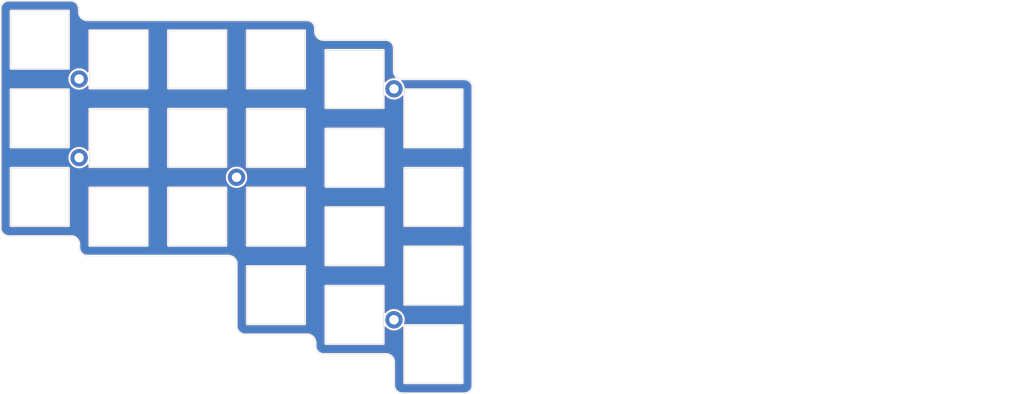
<source format=kicad_pcb>
(kicad_pcb (version 20221018) (generator pcbnew)
  (layers (0 "F.Cu" signal) (31 "B.Cu" signal) (34 "B.Paste" user) (35 "F.Paste" user) (36 "B.SilkS" user "B.Silkscreen") (37 "F.SilkS" user "F.Silkscreen") (38 "B.Mask" user) (39 "F.Mask" user) (44 "Edge.Cuts" user))
  (net 0 "")
  (net 1 "GND")
  (footprint "kbd:M2_Hole_TH" (layer "F.Cu") (at 47.625 44.7675)
    (fp_text reference "Ref**" hide)
    (fp_text value "Val**")
    (pad "" thru_hole circle (at 0 0) (size 4.2 4.2) (drill 2.3) (layers "*.Cu" "*.Mask"))
  )
  (footprint "kbd:SW_Hole" (layer "F.Cu") (at 114.3 101.9175)
    (fp_text reference "SW20" hide)
    (fp_text value "SW_PUSH" hide)
    (fp_line (start -7 -7) (end -7 7) (stroke (width 0.12)) (layer "Edge.Cuts"))
    (fp_line (start -7 7) (end 7 7) (stroke (width 0.12)) (layer "Edge.Cuts"))
    (fp_line (start 7 -7) (end -7 -7) (stroke (width 0.12)) (layer "Edge.Cuts"))
    (fp_line (start 7 7) (end 7 -7) (stroke (width 0.12)) (layer "Edge.Cuts"))
  )
  (footprint "kbd:M2_Hole_TH" (layer "F.Cu") (at 123.825 47.14875)
    (fp_text reference "Ref**" hide)
    (fp_text value "Val**")
    (pad "" thru_hole circle (at 0 0) (size 4.2 4.2) (drill 2.3) (layers "*.Cu" "*.Mask"))
  )
  (footprint "kbd:SW_Hole" (layer "F.Cu") (at 133.35 111.4425)
    (fp_text reference "SW21" hide)
    (fp_text value "SW_PUSH" hide)
    (fp_line (start -7 -7) (end -7 7) (stroke (width 0.12)) (layer "Edge.Cuts"))
    (fp_line (start -7 7) (end 7 7) (stroke (width 0.12)) (layer "Edge.Cuts"))
    (fp_line (start 7 -7) (end -7 -7) (stroke (width 0.12)) (layer "Edge.Cuts"))
    (fp_line (start 7 7) (end 7 -7) (stroke (width 0.12)) (layer "Edge.Cuts"))
  )
  (footprint "kbd:SW_Hole" (layer "F.Cu") (at 76.2 59.055)
    (fp_text reference "SW9" hide)
    (fp_text value "SW_PUSH" hide)
    (fp_line (start -7 -7) (end -7 7) (stroke (width 0.12)) (layer "Edge.Cuts"))
    (fp_line (start -7 7) (end 7 7) (stroke (width 0.12)) (layer "Edge.Cuts"))
    (fp_line (start 7 -7) (end -7 -7) (stroke (width 0.12)) (layer "Edge.Cuts"))
    (fp_line (start 7 7) (end 7 -7) (stroke (width 0.12)) (layer "Edge.Cuts"))
  )
  (footprint "kbd:SW_Hole" (layer "F.Cu") (at 57.15 59.055)
    (fp_text reference "SW8" hide)
    (fp_text value "SW_PUSH" hide)
    (fp_line (start -7 -7) (end -7 7) (stroke (width 0.12)) (layer "Edge.Cuts"))
    (fp_line (start -7 7) (end 7 7) (stroke (width 0.12)) (layer "Edge.Cuts"))
    (fp_line (start 7 -7) (end -7 -7) (stroke (width 0.12)) (layer "Edge.Cuts"))
    (fp_line (start 7 7) (end 7 -7) (stroke (width 0.12)) (layer "Edge.Cuts"))
  )
  (footprint "kbd:SW_Hole" (layer "F.Cu") (at 57.15 78.105)
    (fp_text reference "SW14" hide)
    (fp_text value "SW_PUSH" hide)
    (fp_line (start -7 -7) (end -7 7) (stroke (width 0.12)) (layer "Edge.Cuts"))
    (fp_line (start -7 7) (end 7 7) (stroke (width 0.12)) (layer "Edge.Cuts"))
    (fp_line (start 7 -7) (end -7 -7) (stroke (width 0.12)) (layer "Edge.Cuts"))
    (fp_line (start 7 7) (end 7 -7) (stroke (width 0.12)) (layer "Edge.Cuts"))
  )
  (footprint "kbd:M2_Hole_TH" (layer "F.Cu") (at 47.625 63.8175)
    (fp_text reference "Ref**" hide)
    (fp_text value "Val**")
    (pad "" thru_hole circle (at 0 0) (size 4.2 4.2) (drill 2.3) (layers "*.Cu" "*.Mask"))
  )
  (footprint "kbd:M2_Hole_TH" (layer "F.Cu") (at 85.725 68.58)
    (fp_text reference "Ref**" hide)
    (fp_text value "Val**")
    (pad "" thru_hole circle (at 0 0) (size 4.2 4.2) (drill 2.3) (layers "*.Cu" "*.Mask"))
  )
  (footprint "kbd:SW_Hole" (layer "F.Cu") (at 114.3 82.8675)
    (fp_text reference "SW17" hide)
    (fp_text value "SW_PUSH" hide)
    (fp_line (start -7 -7) (end -7 7) (stroke (width 0.12)) (layer "Edge.Cuts"))
    (fp_line (start -7 7) (end 7 7) (stroke (width 0.12)) (layer "Edge.Cuts"))
    (fp_line (start 7 -7) (end -7 -7) (stroke (width 0.12)) (layer "Edge.Cuts"))
    (fp_line (start 7 7) (end 7 -7) (stroke (width 0.12)) (layer "Edge.Cuts"))
  )
  (footprint "kbd:SW_Hole" (layer "F.Cu") (at 133.35 92.3925)
    (fp_text reference "SW18" hide)
    (fp_text value "SW_PUSH" hide)
    (fp_line (start -7 -7) (end -7 7) (stroke (width 0.12)) (layer "Edge.Cuts"))
    (fp_line (start -7 7) (end 7 7) (stroke (width 0.12)) (layer "Edge.Cuts"))
    (fp_line (start 7 -7) (end -7 -7) (stroke (width 0.12)) (layer "Edge.Cuts"))
    (fp_line (start 7 7) (end 7 -7) (stroke (width 0.12)) (layer "Edge.Cuts"))
  )
  (footprint "kbd:SW_Hole" (layer "F.Cu") (at 114.3 63.8175)
    (fp_text reference "SW11" hide)
    (fp_text value "SW_PUSH" hide)
    (fp_line (start -7 -7) (end -7 7) (stroke (width 0.12)) (layer "Edge.Cuts"))
    (fp_line (start -7 7) (end 7 7) (stroke (width 0.12)) (layer "Edge.Cuts"))
    (fp_line (start 7 -7) (end -7 -7) (stroke (width 0.12)) (layer "Edge.Cuts"))
    (fp_line (start 7 7) (end 7 -7) (stroke (width 0.12)) (layer "Edge.Cuts"))
  )
  (footprint "kbd:SW_Hole" (layer "F.Cu") (at 133.35 73.3425)
    (fp_text reference "SW12" hide)
    (fp_text value "SW_PUSH" hide)
    (fp_line (start -7 -7) (end -7 7) (stroke (width 0.12)) (layer "Edge.Cuts"))
    (fp_line (start -7 7) (end 7 7) (stroke (width 0.12)) (layer "Edge.Cuts"))
    (fp_line (start 7 -7) (end -7 -7) (stroke (width 0.12)) (layer "Edge.Cuts"))
    (fp_line (start 7 7) (end 7 -7) (stroke (width 0.12)) (layer "Edge.Cuts"))
  )
  (footprint "kbd:M2_Hole_TH" (layer "F.Cu") (at 123.825 103.108125)
    (fp_text reference "Ref**" hide)
    (fp_text value "Val**")
    (pad "" thru_hole circle (at 0 0) (size 4.2 4.2) (drill 2.3) (layers "*.Cu" "*.Mask"))
  )
  (footprint "kbd:SW_Hole" (layer "F.Cu") (at 114.3 44.7675)
    (fp_text reference "SW5" hide)
    (fp_text value "SW_PUSH" hide)
    (fp_line (start -7 -7) (end -7 7) (stroke (width 0.12)) (layer "Edge.Cuts"))
    (fp_line (start -7 7) (end 7 7) (stroke (width 0.12)) (layer "Edge.Cuts"))
    (fp_line (start 7 -7) (end -7 -7) (stroke (width 0.12)) (layer "Edge.Cuts"))
    (fp_line (start 7 7) (end 7 -7) (stroke (width 0.12)) (layer "Edge.Cuts"))
  )
  (footprint "kbd:SW_Hole" (layer "F.Cu") (at 95.25 78.105)
    (fp_text reference "SW16" hide)
    (fp_text value "SW_PUSH" hide)
    (fp_line (start -7 -7) (end -7 7) (stroke (width 0.12)) (layer "Edge.Cuts"))
    (fp_line (start -7 7) (end 7 7) (stroke (width 0.12)) (layer "Edge.Cuts"))
    (fp_line (start 7 -7) (end -7 -7) (stroke (width 0.12)) (layer "Edge.Cuts"))
    (fp_line (start 7 7) (end 7 -7) (stroke (width 0.12)) (layer "Edge.Cuts"))
  )
  (footprint "kbd:SW_Hole" (layer "F.Cu") (at 76.2 40.005)
    (fp_text reference "SW3" hide)
    (fp_text value "SW_PUSH" hide)
    (fp_line (start -7 -7) (end -7 7) (stroke (width 0.12)) (layer "Edge.Cuts"))
    (fp_line (start -7 7) (end 7 7) (stroke (width 0.12)) (layer "Edge.Cuts"))
    (fp_line (start 7 -7) (end -7 -7) (stroke (width 0.12)) (layer "Edge.Cuts"))
    (fp_line (start 7 7) (end 7 -7) (stroke (width 0.12)) (layer "Edge.Cuts"))
  )
  (footprint "kbd:SW_Hole" (layer "F.Cu") (at 95.25 59.055)
    (fp_text reference "SW10" hide)
    (fp_text value "SW_PUSH" hide)
    (fp_line (start -7 -7) (end -7 7) (stroke (width 0.12)) (layer "Edge.Cuts"))
    (fp_line (start -7 7) (end 7 7) (stroke (width 0.12)) (layer "Edge.Cuts"))
    (fp_line (start 7 -7) (end -7 -7) (stroke (width 0.12)) (layer "Edge.Cuts"))
    (fp_line (start 7 7) (end 7 -7) (stroke (width 0.12)) (layer "Edge.Cuts"))
  )
  (footprint "kbd:SW_Hole" (layer "F.Cu") (at 76.2 78.105)
    (fp_text reference "SW15" hide)
    (fp_text value "SW_PUSH" hide)
    (fp_line (start -7 -7) (end -7 7) (stroke (width 0.12)) (layer "Edge.Cuts"))
    (fp_line (start -7 7) (end 7 7) (stroke (width 0.12)) (layer "Edge.Cuts"))
    (fp_line (start 7 -7) (end -7 -7) (stroke (width 0.12)) (layer "Edge.Cuts"))
    (fp_line (start 7 7) (end 7 -7) (stroke (width 0.12)) (layer "Edge.Cuts"))
  )
  (footprint "kbd:SW_Hole" (layer "F.Cu") (at 38.1 73.3425)
    (fp_text reference "SW13" hide)
    (fp_text value "SW_PUSH" hide)
    (fp_line (start -7 -7) (end -7 7) (stroke (width 0.12)) (layer "Edge.Cuts"))
    (fp_line (start -7 7) (end 7 7) (stroke (width 0.12)) (layer "Edge.Cuts"))
    (fp_line (start 7 -7) (end -7 -7) (stroke (width 0.12)) (layer "Edge.Cuts"))
    (fp_line (start 7 7) (end 7 -7) (stroke (width 0.12)) (layer "Edge.Cuts"))
  )
  (footprint "kbd:SW_Hole" (layer "F.Cu") (at 95.25 97.155)
    (fp_text reference "SW19" hide)
    (fp_text value "SW_PUSH" hide)
    (fp_line (start -7 -7) (end -7 7) (stroke (width 0.12)) (layer "Edge.Cuts"))
    (fp_line (start -7 7) (end 7 7) (stroke (width 0.12)) (layer "Edge.Cuts"))
    (fp_line (start 7 -7) (end -7 -7) (stroke (width 0.12)) (layer "Edge.Cuts"))
    (fp_line (start 7 7) (end 7 -7) (stroke (width 0.12)) (layer "Edge.Cuts"))
  )
  (footprint "kbd:SW_Hole" (layer "F.Cu") (at 38.1 35.2425)
    (fp_text reference "SW1" hide)
    (fp_text value "SW_PUSH" hide)
    (fp_line (start -7 -7) (end -7 7) (stroke (width 0.12)) (layer "Edge.Cuts"))
    (fp_line (start -7 7) (end 7 7) (stroke (width 0.12)) (layer "Edge.Cuts"))
    (fp_line (start 7 -7) (end -7 -7) (stroke (width 0.12)) (layer "Edge.Cuts"))
    (fp_line (start 7 7) (end 7 -7) (stroke (width 0.12)) (layer "Edge.Cuts"))
  )
  (footprint "kbd:SW_Hole" (layer "F.Cu") (at 95.25 40.005)
    (fp_text reference "SW4" hide)
    (fp_text value "SW_PUSH" hide)
    (fp_line (start -7 -7) (end -7 7) (stroke (width 0.12)) (layer "Edge.Cuts"))
    (fp_line (start -7 7) (end 7 7) (stroke (width 0.12)) (layer "Edge.Cuts"))
    (fp_line (start 7 -7) (end -7 -7) (stroke (width 0.12)) (layer "Edge.Cuts"))
    (fp_line (start 7 7) (end 7 -7) (stroke (width 0.12)) (layer "Edge.Cuts"))
  )
  (footprint "kbd:SW_Hole" (layer "F.Cu") (at 38.1 54.2925)
    (fp_text reference "SW7" hide)
    (fp_text value "SW_PUSH" hide)
    (fp_line (start -7 -7) (end -7 7) (stroke (width 0.12)) (layer "Edge.Cuts"))
    (fp_line (start -7 7) (end 7 7) (stroke (width 0.12)) (layer "Edge.Cuts"))
    (fp_line (start 7 -7) (end -7 -7) (stroke (width 0.12)) (layer "Edge.Cuts"))
    (fp_line (start 7 7) (end 7 -7) (stroke (width 0.12)) (layer "Edge.Cuts"))
  )
  (footprint "kbd:SW_Hole" (layer "F.Cu") (at 133.35 54.2925)
    (fp_text reference "SW6" hide)
    (fp_text value "SW_PUSH" hide)
    (fp_line (start -7 -7) (end -7 7) (stroke (width 0.12)) (layer "Edge.Cuts"))
    (fp_line (start -7 7) (end 7 7) (stroke (width 0.12)) (layer "Edge.Cuts"))
    (fp_line (start 7 -7) (end -7 -7) (stroke (width 0.12)) (layer "Edge.Cuts"))
    (fp_line (start 7 7) (end 7 -7) (stroke (width 0.12)) (layer "Edge.Cuts"))
  )
  (footprint "kbd:SW_Hole" (layer "F.Cu") (at 57.15 40.005)
    (fp_text reference "SW2" hide)
    (fp_text value "SW_PUSH" hide)
    (fp_line (start -7 -7) (end -7 7) (stroke (width 0.12)) (layer "Edge.Cuts"))
    (fp_line (start -7 7) (end 7 7) (stroke (width 0.12)) (layer "Edge.Cuts"))
    (fp_line (start 7 -7) (end -7 -7) (stroke (width 0.12)) (layer "Edge.Cuts"))
    (fp_line (start 7 7) (end 7 -7) (stroke (width 0.12)) (layer "Edge.Cuts"))
  )
  (gr_line (start 30.575 25.7175) (end 45.625 25.7175) (stroke (width 0.1)) (layer "Edge.Cuts"))
  (gr_line (start 140.875 120.9675) (end 125.825 120.9675) (stroke (width 0.1)) (layer "Edge.Cuts"))
  (gr_arc (start 45.625 82.8675) (mid 47.039214 83.453286) (end 47.625 84.8675) (stroke (width 0.1)) (layer "Edge.Cuts"))
  (gr_line (start 28.575 80.8675) (end 28.575 27.7175) (stroke (width 0.1)) (layer "Edge.Cuts"))
  (gr_arc (start 121.825 35.2425) (mid 123.239214 35.828286) (end 123.825 37.2425) (stroke (width 0.1)) (layer "Edge.Cuts"))
  (gr_arc (start 106.775 111.4425) (mid 105.360786 110.856714) (end 104.775 109.4425) (stroke (width 0.1)) (layer "Edge.Cuts"))
  (gr_line (start 106.775 35.2425) (end 121.825 35.2425) (stroke (width 0.1)) (layer "Edge.Cuts"))
  (gr_arc (start 142.875 118.9675) (mid 142.289214 120.381714) (end 140.875 120.9675) (stroke (width 0.1)) (layer "Edge.Cuts"))
  (gr_arc (start 102.775 106.68) (mid 104.189214 107.265786) (end 104.775 108.68) (stroke (width 0.1)) (layer "Edge.Cuts"))
  (gr_arc (start 125.825 44.7675) (mid 124.410786 44.181714) (end 123.825 42.7675) (stroke (width 0.1)) (layer "Edge.Cuts"))
  (gr_line (start 49.625 30.48) (end 102.775 30.48) (stroke (width 0.1)) (layer "Edge.Cuts"))
  (gr_line (start 47.625 27.7175) (end 47.625 28.48) (stroke (width 0.1)) (layer "Edge.Cuts"))
  (gr_arc (start 140.875 44.7675) (mid 142.289214 45.353286) (end 142.875 46.7675) (stroke (width 0.1)) (layer "Edge.Cuts"))
  (gr_line (start 45.625 82.8675) (end 30.575 82.8675) (stroke (width 0.1)) (layer "Edge.Cuts"))
  (gr_arc (start 45.625 25.7175) (mid 47.039214 26.303286) (end 47.625 27.7175) (stroke (width 0.1)) (layer "Edge.Cuts"))
  (gr_arc (start 49.625 87.63) (mid 48.210786 87.044214) (end 47.625 85.63) (stroke (width 0.1)) (layer "Edge.Cuts"))
  (gr_line (start 104.775 109.4425) (end 104.775 108.68) (stroke (width 0.1)) (layer "Edge.Cuts"))
  (gr_line (start 142.875 46.7675) (end 142.875 118.9675) (stroke (width 0.1)) (layer "Edge.Cuts"))
  (gr_arc (start 49.625 30.48) (mid 48.210786 29.894214) (end 47.625 28.48) (stroke (width 0.1)) (layer "Edge.Cuts"))
  (gr_line (start 85.725 104.68) (end 85.725 89.63) (stroke (width 0.1)) (layer "Edge.Cuts"))
  (gr_arc (start 28.575 27.7175) (mid 29.160786 26.303286) (end 30.575 25.7175) (stroke (width 0.1)) (layer "Edge.Cuts"))
  (gr_line (start 104.775 32.48) (end 104.775 33.2425) (stroke (width 0.1)) (layer "Edge.Cuts"))
  (gr_line (start 102.775 106.68) (end 87.725 106.68) (stroke (width 0.1)) (layer "Edge.Cuts"))
  (gr_arc (start 87.725 106.68) (mid 86.310786 106.094214) (end 85.725 104.68) (stroke (width 0.1)) (layer "Edge.Cuts"))
  (gr_line (start 123.825 37.2425) (end 123.825 42.7675) (stroke (width 0.1)) (layer "Edge.Cuts"))
  (gr_arc (start 102.775 30.48) (mid 104.189214 31.065786) (end 104.775 32.48) (stroke (width 0.1)) (layer "Edge.Cuts"))
  (gr_line (start 47.625 85.63) (end 47.625 84.8675) (stroke (width 0.1)) (layer "Edge.Cuts"))
  (gr_arc (start 30.575 82.8675) (mid 29.160786 82.281714) (end 28.575 80.8675) (stroke (width 0.1)) (layer "Edge.Cuts"))
  (gr_arc (start 125.825 120.9675) (mid 124.410786 120.381714) (end 123.825 118.9675) (stroke (width 0.1)) (layer "Edge.Cuts"))
  (gr_line (start 121.825 111.4425) (end 106.775 111.4425) (stroke (width 0.1)) (layer "Edge.Cuts"))
  (gr_line (start 125.825 44.7675) (end 140.875 44.7675) (stroke (width 0.1)) (layer "Edge.Cuts"))
  (gr_line (start 123.825 118.9675) (end 123.825 113.4425) (stroke (width 0.1)) (layer "Edge.Cuts"))
  (gr_arc (start 83.725 87.63) (mid 85.139214 88.215786) (end 85.725 89.63) (stroke (width 0.1)) (layer "Edge.Cuts"))
  (gr_arc (start 106.775 35.2425) (mid 105.360786 34.656714) (end 104.775 33.2425) (stroke (width 0.1)) (layer "Edge.Cuts"))
  (gr_line (start 83.725 87.63) (end 49.625 87.63) (stroke (width 0.1)) (layer "Edge.Cuts"))
  (gr_arc (start 121.825 111.4425) (mid 123.239214 112.028286) (end 123.825 113.4425) (stroke (width 0.1)) (layer "Edge.Cuts"))
  (zone (net 1) (net_name "GND") (layers "F&B.Cu") (priority 1) (connect_pads (clearance 0.5)) (min_thickness 0.25) (fill yes (thermal_gap 0.5) (thermal_bridge_width 0.5) (smoothing chamfer) (radius 3))
    (polygon (pts (xy 28.575 25.7175) (xy 142.875 25.7175) (xy 142.875 120.9675) (xy 28.575 120.9675)))
  )
)
</source>
